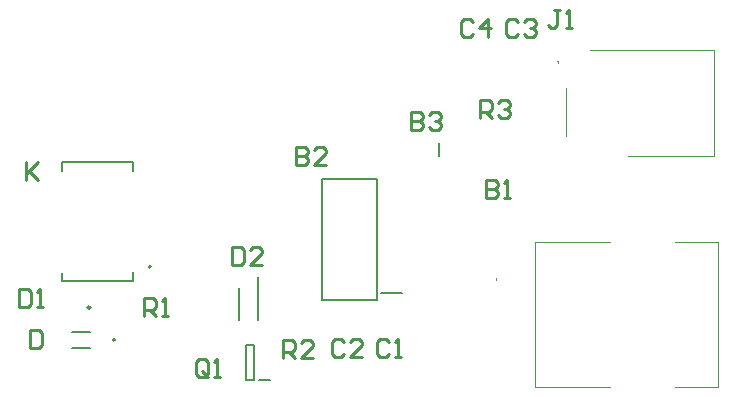
<source format=gbr>
%TF.GenerationSoftware,Altium Limited,Altium Designer,24.10.1 (45)*%
G04 Layer_Color=65535*
%FSLAX45Y45*%
%MOMM*%
%TF.SameCoordinates,9AD70181-00FA-4A01-9188-FD1DF1966971*%
%TF.FilePolarity,Positive*%
%TF.FileFunction,Legend,Top*%
%TF.Part,Single*%
G01*
G75*
%TA.AperFunction,NonConductor*%
%ADD22C,0.25400*%
%ADD28C,0.25000*%
%ADD29C,0.20000*%
%ADD30C,0.10000*%
%ADD31C,0.12700*%
D22*
X12623841Y9855225D02*
Y10007575D01*
X12700017D01*
X12725408Y9982183D01*
Y9931400D01*
X12700017Y9906008D01*
X12623841D01*
X12674625D02*
X12725408Y9855225D01*
X12776192Y9982183D02*
X12801584Y10007575D01*
X12852367D01*
X12877759Y9982183D01*
Y9956792D01*
X12852367Y9931400D01*
X12826974D01*
X12852367D01*
X12877759Y9906008D01*
Y9880617D01*
X12852367Y9855225D01*
X12801584D01*
X12776192Y9880617D01*
X12039641Y9905975D02*
Y9753625D01*
X12115817D01*
X12141208Y9779017D01*
Y9804408D01*
X12115817Y9829800D01*
X12039641D01*
X12115817D01*
X12141208Y9855192D01*
Y9880583D01*
X12115817Y9905975D01*
X12039641D01*
X12191992Y9880583D02*
X12217384Y9905975D01*
X12268167D01*
X12293559Y9880583D01*
Y9855192D01*
X12268167Y9829800D01*
X12242775D01*
X12268167D01*
X12293559Y9804408D01*
Y9779017D01*
X12268167Y9753625D01*
X12217384D01*
X12191992Y9779017D01*
X9779033Y8178825D02*
Y8331175D01*
X9855208D01*
X9880600Y8305783D01*
Y8255000D01*
X9855208Y8229608D01*
X9779033D01*
X9829817D02*
X9880600Y8178825D01*
X9931384D02*
X9982167D01*
X9956776D01*
Y8331175D01*
X9931384Y8305783D01*
X10325100Y7683517D02*
Y7785083D01*
X10299708Y7810475D01*
X10248925D01*
X10223533Y7785083D01*
Y7683517D01*
X10248925Y7658125D01*
X10299708D01*
X10274317Y7708908D02*
X10325100Y7658125D01*
X10299708D02*
X10325100Y7683517D01*
X10375884Y7658125D02*
X10426667D01*
X10401276D01*
Y7810475D01*
X10375884Y7785083D01*
X8722533Y8407375D02*
Y8255025D01*
X8798708D01*
X8824100Y8280417D01*
Y8381983D01*
X8798708Y8407375D01*
X8722533D01*
X8874884Y8255025D02*
X8925667D01*
X8900276D01*
Y8407375D01*
X8874884Y8381983D01*
X13304488Y10767011D02*
X13253703D01*
X13279095D01*
Y10640052D01*
X13253703Y10614660D01*
X13228313D01*
X13202921Y10640052D01*
X13355270Y10614660D02*
X13406055D01*
X13380663D01*
Y10767011D01*
X13355270Y10741619D01*
X12679680Y9329371D02*
Y9177020D01*
X12755855D01*
X12781247Y9202412D01*
Y9227803D01*
X12755855Y9253195D01*
X12679680D01*
X12755855D01*
X12781247Y9278587D01*
Y9303979D01*
X12755855Y9329371D01*
X12679680D01*
X12832031Y9177020D02*
X12882814D01*
X12857423D01*
Y9329371D01*
X12832031Y9303979D01*
X12567887Y10665419D02*
X12542495Y10690811D01*
X12491712D01*
X12466320Y10665419D01*
Y10563852D01*
X12491712Y10538460D01*
X12542495D01*
X12567887Y10563852D01*
X12694846Y10538460D02*
Y10690811D01*
X12618671Y10614635D01*
X12720238D01*
X12948888Y10665419D02*
X12923495Y10690811D01*
X12872713D01*
X12847321Y10665419D01*
Y10563852D01*
X12872713Y10538460D01*
X12923495D01*
X12948888Y10563852D01*
X12999670Y10665419D02*
X13025063Y10690811D01*
X13075845D01*
X13101237Y10665419D01*
Y10640027D01*
X13075845Y10614635D01*
X13050455D01*
X13075845D01*
X13101237Y10589243D01*
Y10563852D01*
X13075845Y10538460D01*
X13025063D01*
X12999670Y10563852D01*
X11851607Y7955239D02*
X11826215Y7980631D01*
X11775432D01*
X11750040Y7955239D01*
Y7853672D01*
X11775432Y7828280D01*
X11826215D01*
X11851607Y7853672D01*
X11902391Y7828280D02*
X11953174D01*
X11927783D01*
Y7980631D01*
X11902391Y7955239D01*
X11470607D02*
X11445215Y7980631D01*
X11394432D01*
X11369040Y7955239D01*
Y7853672D01*
X11394432Y7828280D01*
X11445215D01*
X11470607Y7853672D01*
X11622958Y7828280D02*
X11521391D01*
X11622958Y7929847D01*
Y7955239D01*
X11597566Y7980631D01*
X11546783D01*
X11521391Y7955239D01*
X11069320Y9608771D02*
Y9456420D01*
X11145495D01*
X11170887Y9481812D01*
Y9507203D01*
X11145495Y9532595D01*
X11069320D01*
X11145495D01*
X11170887Y9557987D01*
Y9583379D01*
X11145495Y9608771D01*
X11069320D01*
X11323238Y9456420D02*
X11221671D01*
X11323238Y9557987D01*
Y9583379D01*
X11297846Y9608771D01*
X11247063D01*
X11221671Y9583379D01*
X10525760Y8762951D02*
Y8610600D01*
X10601935D01*
X10627327Y8635992D01*
Y8737559D01*
X10601935Y8762951D01*
X10525760D01*
X10779678Y8610600D02*
X10678111D01*
X10779678Y8712167D01*
Y8737559D01*
X10754286Y8762951D01*
X10703503D01*
X10678111Y8737559D01*
X10960100Y7823200D02*
Y7975551D01*
X11036275D01*
X11061667Y7950159D01*
Y7899375D01*
X11036275Y7873983D01*
X10960100D01*
X11010883D02*
X11061667Y7823200D01*
X11214018D02*
X11112451D01*
X11214018Y7924767D01*
Y7950159D01*
X11188626Y7975551D01*
X11137843D01*
X11112451Y7950159D01*
X8818880Y8059371D02*
Y7907020D01*
X8895055D01*
X8920447Y7932412D01*
Y8033979D01*
X8895055Y8059371D01*
X8818880D01*
X8780780Y9481771D02*
Y9329420D01*
Y9380203D01*
X8882347Y9481771D01*
X8806172Y9405595D01*
X8882347Y9329420D01*
D28*
X9328000Y8250400D02*
G03*
X9328000Y8250400I-12500J0D01*
G01*
D29*
X13288300Y10332300D02*
G03*
X13288300Y10322300I0J-5000D01*
G01*
D02*
G03*
X13288300Y10332300I0J5000D01*
G01*
D02*
G03*
X13288300Y10322300I0J-5000D01*
G01*
X12763200Y8493100D02*
G03*
X12763200Y8483100I0J-5000D01*
G01*
D02*
G03*
X12763200Y8493100I0J5000D01*
G01*
D02*
G03*
X12763200Y8483100I0J-5000D01*
G01*
X9535100Y7975600D02*
G03*
X9535100Y7975600I-10000J0D01*
G01*
X9839300Y8596900D02*
G03*
X9839300Y8596900I-10000J0D01*
G01*
X12280900Y9536000D02*
Y9641000D01*
X10750700Y7634600D02*
X10850700D01*
X10715700Y7639100D02*
Y7931100D01*
X10645700D02*
X10715700D01*
X10645700Y7639100D02*
Y7931100D01*
Y7639100D02*
X10715700D01*
X11784500Y8375500D02*
X11967000D01*
X11749500Y8316500D02*
Y9336500D01*
X11289500D02*
X11749500D01*
X11289500Y8316500D02*
Y9336500D01*
Y8316500D02*
X11749500D01*
X10588000Y8146600D02*
Y8414200D01*
X10748000Y8146600D02*
Y8507900D01*
D30*
X13878300Y9532300D02*
X14603300D01*
X13878300D02*
X14603300D01*
Y10432300D01*
Y9532300D02*
Y10432300D01*
X13553300D02*
X14603300D01*
X13553300D02*
X14603300D01*
X13353300Y9702900D02*
Y10109300D01*
Y9702900D02*
Y10109300D01*
X13093201Y8808100D02*
X13728200D01*
X13093201D02*
X13728200D01*
X13093201Y7578100D02*
X13728200D01*
X13093201D02*
X13728200D01*
X14278200D02*
X14643201D01*
X14278200D02*
X14643201D01*
X14278200Y8808100D02*
X14643201D01*
X14278200D02*
X14643201D01*
X13093201Y7578100D02*
Y8808100D01*
Y7578100D02*
Y8808100D01*
X14643201Y7578100D02*
Y8808100D01*
Y7578100D02*
Y8808100D01*
D31*
X9170600Y7905600D02*
X9320600D01*
X9170600Y8045600D02*
X9320600D01*
X9085300Y8478900D02*
Y8538900D01*
Y8478900D02*
X9685300D01*
Y8549900D01*
X9085300Y9406900D02*
Y9478900D01*
X9685300D01*
Y9406900D02*
Y9478900D01*
%TF.MD5,3835c6ca79e81280a03a5220db6ee07e*%
M02*

</source>
